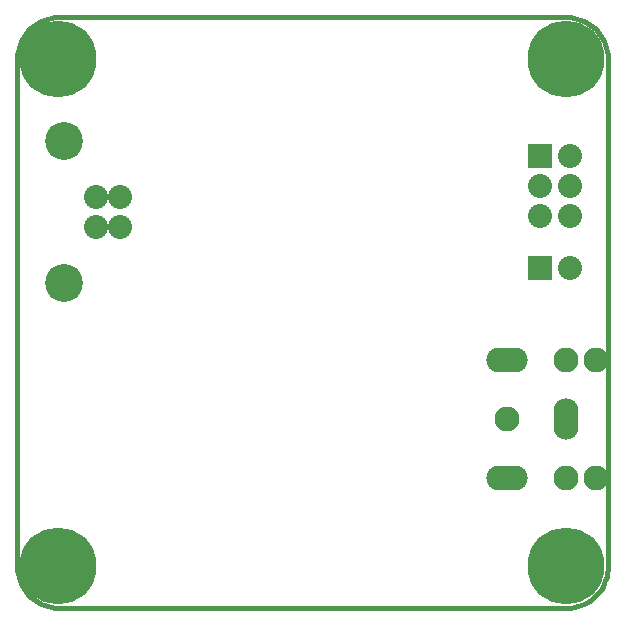
<source format=gbs>
G04 (created by PCBNEW-RS274X (2011-01-25 BZR 2758)-stable) date 2011-04-14T22:21:49 CEST*
G01*
G70*
G90*
%MOIN*%
G04 Gerber Fmt 3.4, Leading zero omitted, Abs format*
%FSLAX34Y34*%
G04 APERTURE LIST*
%ADD10C,0.006000*%
%ADD11C,0.015000*%
%ADD12R,0.080000X0.080000*%
%ADD13C,0.080000*%
%ADD14C,0.126300*%
%ADD15C,0.083000*%
%ADD16O,0.083000X0.138100*%
%ADD17O,0.138100X0.083000*%
%ADD18C,0.256200*%
G04 APERTURE END LIST*
G54D10*
G54D11*
X04232Y-02657D02*
X21161Y-02657D01*
X02854Y-20964D02*
X02854Y-04035D01*
X21063Y-22342D02*
X04232Y-22342D01*
X21063Y-22341D02*
X21182Y-22344D01*
X21302Y-22337D01*
X21422Y-22320D01*
X21539Y-22292D01*
X21653Y-22254D01*
X21764Y-22206D01*
X21870Y-22148D01*
X21970Y-22082D01*
X22065Y-22007D01*
X22152Y-21925D01*
X22232Y-21834D01*
X22304Y-21738D01*
X22367Y-21635D01*
X22421Y-21527D01*
X22465Y-21415D01*
X22500Y-21300D01*
X22524Y-21182D01*
X22538Y-21062D01*
X22539Y-04035D02*
X22539Y-21063D01*
X22539Y-04035D02*
X22533Y-03915D01*
X22518Y-03796D01*
X22492Y-03679D01*
X22455Y-03564D01*
X22409Y-03453D01*
X22354Y-03347D01*
X22289Y-03245D01*
X22216Y-03150D01*
X22135Y-03061D01*
X22046Y-02980D01*
X21951Y-02907D01*
X21850Y-02842D01*
X21743Y-02787D01*
X21632Y-02741D01*
X21517Y-02704D01*
X21400Y-02678D01*
X21281Y-02663D01*
X21161Y-02657D01*
X04232Y-02657D02*
X04112Y-02663D01*
X03993Y-02678D01*
X03876Y-02704D01*
X03761Y-02741D01*
X03650Y-02787D01*
X03544Y-02842D01*
X03442Y-02907D01*
X03347Y-02980D01*
X03258Y-03061D01*
X03177Y-03150D01*
X03104Y-03245D01*
X03039Y-03347D01*
X02984Y-03453D01*
X02938Y-03564D01*
X02901Y-03679D01*
X02875Y-03796D01*
X02860Y-03915D01*
X02854Y-04035D01*
X02854Y-20964D02*
X02860Y-21084D01*
X02875Y-21203D01*
X02901Y-21320D01*
X02938Y-21435D01*
X02984Y-21546D01*
X03039Y-21652D01*
X03104Y-21754D01*
X03177Y-21849D01*
X03258Y-21938D01*
X03347Y-22019D01*
X03442Y-22092D01*
X03544Y-22157D01*
X03650Y-22212D01*
X03761Y-22258D01*
X03876Y-22295D01*
X03993Y-22321D01*
X04112Y-22336D01*
X04232Y-22342D01*
G54D12*
X20267Y-11023D03*
G54D13*
X21267Y-11023D03*
G54D12*
X20267Y-07267D03*
G54D13*
X21267Y-07267D03*
X20267Y-08267D03*
X21267Y-08267D03*
X20267Y-09267D03*
X21267Y-09267D03*
X06279Y-09653D03*
X06279Y-08653D03*
X05492Y-08653D03*
X05492Y-09653D03*
G54D14*
X04429Y-11515D03*
X04429Y-06791D03*
G54D15*
X22145Y-18012D03*
X21161Y-18012D03*
X22145Y-14074D03*
X21161Y-14074D03*
X19192Y-16043D03*
G54D16*
X21161Y-16043D03*
G54D17*
X19192Y-18012D03*
X19192Y-14074D03*
G54D18*
X04232Y-04035D03*
X21161Y-04035D03*
X04232Y-20964D03*
X21161Y-20964D03*
M02*

</source>
